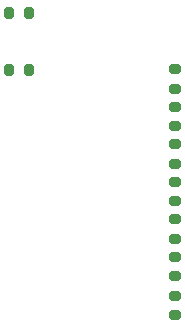
<source format=gbr>
%TF.GenerationSoftware,KiCad,Pcbnew,(7.0.0-0)*%
%TF.CreationDate,2023-02-23T13:52:58+03:00*%
%TF.ProjectId,KSS,4b53532e-6b69-4636-9164-5f7063625858,rev?*%
%TF.SameCoordinates,Original*%
%TF.FileFunction,Paste,Top*%
%TF.FilePolarity,Positive*%
%FSLAX46Y46*%
G04 Gerber Fmt 4.6, Leading zero omitted, Abs format (unit mm)*
G04 Created by KiCad (PCBNEW (7.0.0-0)) date 2023-02-23 13:52:58*
%MOMM*%
%LPD*%
G01*
G04 APERTURE LIST*
G04 Aperture macros list*
%AMRoundRect*
0 Rectangle with rounded corners*
0 $1 Rounding radius*
0 $2 $3 $4 $5 $6 $7 $8 $9 X,Y pos of 4 corners*
0 Add a 4 corners polygon primitive as box body*
4,1,4,$2,$3,$4,$5,$6,$7,$8,$9,$2,$3,0*
0 Add four circle primitives for the rounded corners*
1,1,$1+$1,$2,$3*
1,1,$1+$1,$4,$5*
1,1,$1+$1,$6,$7*
1,1,$1+$1,$8,$9*
0 Add four rect primitives between the rounded corners*
20,1,$1+$1,$2,$3,$4,$5,0*
20,1,$1+$1,$4,$5,$6,$7,0*
20,1,$1+$1,$6,$7,$8,$9,0*
20,1,$1+$1,$8,$9,$2,$3,0*%
G04 Aperture macros list end*
%ADD10RoundRect,0.200000X-0.200000X-0.275000X0.200000X-0.275000X0.200000X0.275000X-0.200000X0.275000X0*%
%ADD11RoundRect,0.200000X-0.275000X0.200000X-0.275000X-0.200000X0.275000X-0.200000X0.275000X0.200000X0*%
%ADD12RoundRect,0.200000X0.275000X-0.200000X0.275000X0.200000X-0.275000X0.200000X-0.275000X-0.200000X0*%
%ADD13RoundRect,0.200000X0.200000X0.275000X-0.200000X0.275000X-0.200000X-0.275000X0.200000X-0.275000X0*%
G04 APERTURE END LIST*
D10*
%TO.C,I1*%
X138113000Y-82804000D03*
X139763000Y-82804000D03*
%TD*%
D11*
%TO.C,4*%
X152146000Y-89091000D03*
X152146000Y-90741000D03*
%TD*%
%TO.C,6*%
X152146000Y-95441000D03*
X152146000Y-97091000D03*
%TD*%
D12*
%TO.C,1*%
X152145994Y-84391000D03*
X152145994Y-82741000D03*
%TD*%
D11*
%TO.C,5*%
X152146000Y-92266000D03*
X152146000Y-93916000D03*
%TD*%
%TO.C,3*%
X152146000Y-85916000D03*
X152146000Y-87566000D03*
%TD*%
%TO.C,7*%
X152146000Y-98616000D03*
X152146000Y-100266000D03*
%TD*%
D13*
%TO.C,I2*%
X139763000Y-77978000D03*
X138113000Y-77978000D03*
%TD*%
D11*
%TO.C,8*%
X152146000Y-101918000D03*
X152146000Y-103568000D03*
%TD*%
M02*

</source>
